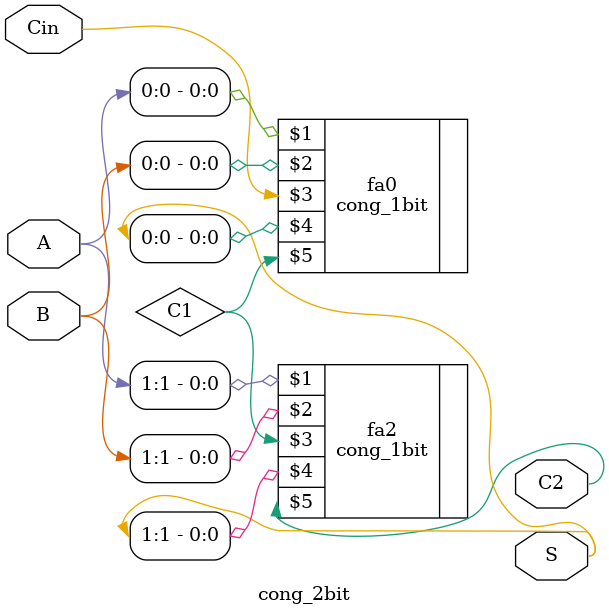
<source format=v>
`timescale 1ns / 1ps
module cong_2bit(
    input [1:0]A,
	 input [1:0]B,
	 input Cin,
	 output [1:0]S,
	 output C2
    );
    wire C1;
   cong_1bit fa0(A[0],B[0],Cin,S[0],C1);
   cong_1bit fa2(A[1],B[1],C1,S[1],C2); 
endmodule

</source>
